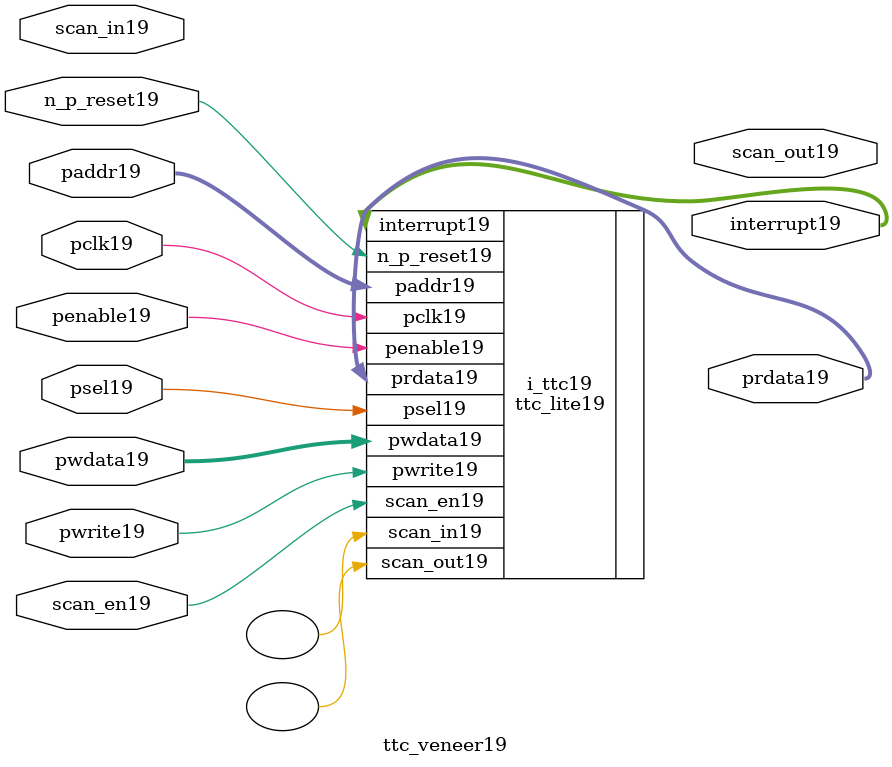
<source format=v>
module ttc_veneer19 (
           
           //inputs19
           n_p_reset19,
           pclk19,
           psel19,
           penable19,
           pwrite19,
           pwdata19,
           paddr19,
           scan_in19,
           scan_en19,

           //outputs19
           prdata19,
           interrupt19,
           scan_out19           

           );


//-----------------------------------------------------------------------------
// PORT DECLARATIONS19
//-----------------------------------------------------------------------------

   input         n_p_reset19;            //System19 Reset19
   input         pclk19;                 //System19 clock19
   input         psel19;                 //Select19 line
   input         penable19;              //Enable19
   input         pwrite19;               //Write line, 1 for write, 0 for read
   input [31:0]  pwdata19;               //Write data
   input [7:0]   paddr19;                //Address Bus19 register
   input         scan_in19;              //Scan19 chain19 input port
   input         scan_en19;              //Scan19 chain19 enable port
   
   output [31:0] prdata19;               //Read Data from the APB19 Interface19
   output [3:1]  interrupt19;            //Interrupt19 from PCI19 
   output        scan_out19;             //Scan19 chain19 output port

//##############################################################################
// if the TTC19 is NOT19 black19 boxed19 
//##############################################################################
`ifndef FV_KIT_BLACK_BOX_TTC19 

ttc_lite19 i_ttc19(

   //inputs19
   .n_p_reset19(n_p_reset19),
   .pclk19(pclk19),
   .psel19(psel19),
   .penable19(penable19),
   .pwrite19(pwrite19),
   .pwdata19(pwdata19),
   .paddr19(paddr19),
   .scan_in19(),
   .scan_en19(scan_en19),

   //outputs19
   .prdata19(prdata19),
   .interrupt19(interrupt19),
   .scan_out19()
);

`else 
//##############################################################################
// if the TTC19 is black19 boxed19 
//##############################################################################

   wire          n_p_reset19;            //System19 Reset19
   wire          pclk19;                 //System19 clock19
   wire          psel19;                 //Select19 line
   wire          penable19;              //Enable19
   wire          pwrite19;               //Write line, 1 for write, 0 for read
   wire  [31:0]  pwdata19;               //Write data
   wire  [7:0]   paddr19;                //Address Bus19 register
   wire          scan_in19;              //Scan19 chain19 wire  port
   wire          scan_en19;              //Scan19 chain19 enable port
   
   reg    [31:0] prdata19;               //Read Data from the APB19 Interface19
   reg    [3:1]  interrupt19;            //Interrupt19 from PCI19 
   reg           scan_out19;             //Scan19 chain19 reg    port

`endif
//##############################################################################
// black19 boxed19 defines19 
//##############################################################################

endmodule

</source>
